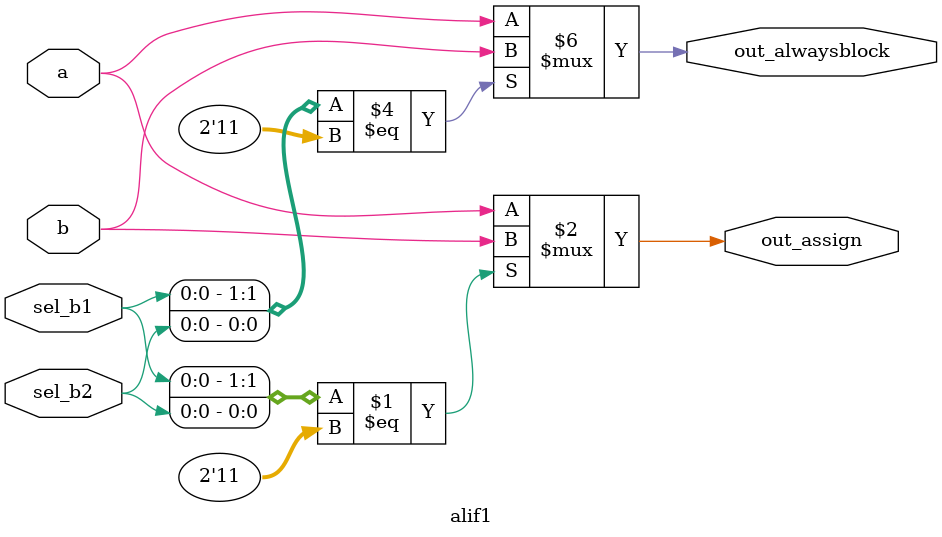
<source format=sv>
`timescale 1ns/1ns

module alif1(
    input 	a,
    input 	b,
    input 	sel_b1,
    input 	sel_b2,
    output 	out_assign,
    output 	out_alwaysblock   ); 
    
	//预计代码量6-7行
	reg out_alwaysblock;
    assign out_assign = ({sel_b1, sel_b2} == 2'b11)? b : a;
    
    always @(*) begin
        if({sel_b1, sel_b2} == 2'b11) out_alwaysblock = b;
        else out_alwaysblock = a;
    end

endmodule
</source>
